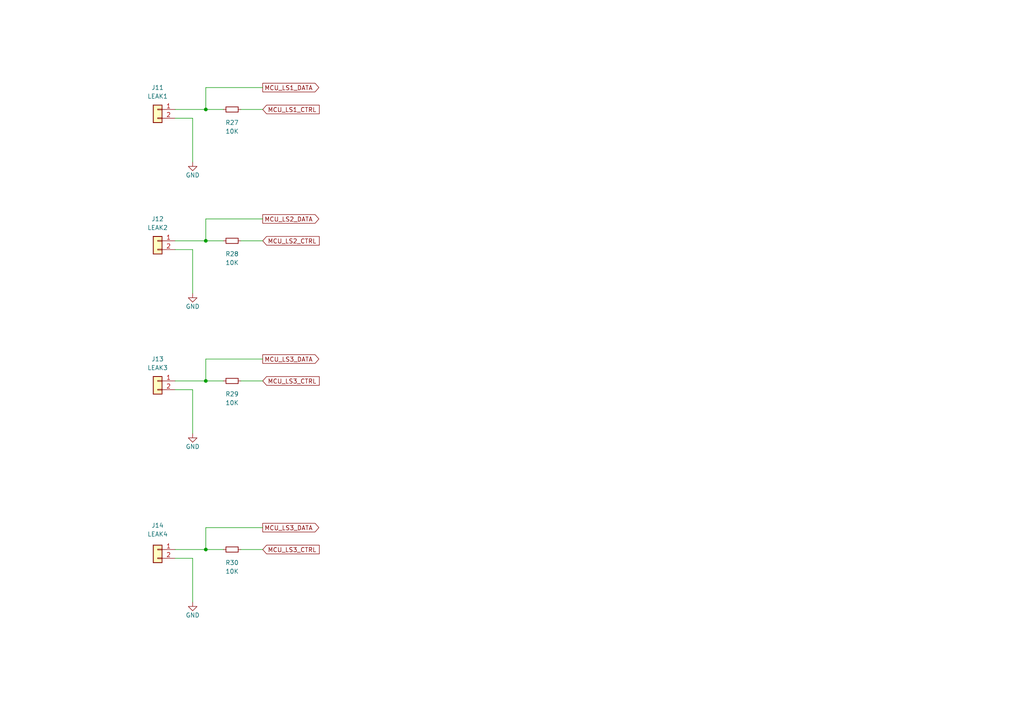
<source format=kicad_sch>
(kicad_sch (version 20211123) (generator eeschema)

  (uuid aed50752-ff11-44fa-85a2-dbbb2f885512)

  (paper "A4")

  (lib_symbols
    (symbol "Connector_Generic:Conn_01x02" (pin_names (offset 1.016) hide) (in_bom yes) (on_board yes)
      (property "Reference" "J" (id 0) (at 0 2.54 0)
        (effects (font (size 1.27 1.27)))
      )
      (property "Value" "Conn_01x02" (id 1) (at 0 -5.08 0)
        (effects (font (size 1.27 1.27)))
      )
      (property "Footprint" "" (id 2) (at 0 0 0)
        (effects (font (size 1.27 1.27)) hide)
      )
      (property "Datasheet" "~" (id 3) (at 0 0 0)
        (effects (font (size 1.27 1.27)) hide)
      )
      (property "ki_keywords" "connector" (id 4) (at 0 0 0)
        (effects (font (size 1.27 1.27)) hide)
      )
      (property "ki_description" "Generic connector, single row, 01x02, script generated (kicad-library-utils/schlib/autogen/connector/)" (id 5) (at 0 0 0)
        (effects (font (size 1.27 1.27)) hide)
      )
      (property "ki_fp_filters" "Connector*:*_1x??_*" (id 6) (at 0 0 0)
        (effects (font (size 1.27 1.27)) hide)
      )
      (symbol "Conn_01x02_1_1"
        (rectangle (start -1.27 -2.413) (end 0 -2.667)
          (stroke (width 0.1524) (type default) (color 0 0 0 0))
          (fill (type none))
        )
        (rectangle (start -1.27 0.127) (end 0 -0.127)
          (stroke (width 0.1524) (type default) (color 0 0 0 0))
          (fill (type none))
        )
        (rectangle (start -1.27 1.27) (end 1.27 -3.81)
          (stroke (width 0.254) (type default) (color 0 0 0 0))
          (fill (type background))
        )
        (pin passive line (at -5.08 0 0) (length 3.81)
          (name "Pin_1" (effects (font (size 1.27 1.27))))
          (number "1" (effects (font (size 1.27 1.27))))
        )
        (pin passive line (at -5.08 -2.54 0) (length 3.81)
          (name "Pin_2" (effects (font (size 1.27 1.27))))
          (number "2" (effects (font (size 1.27 1.27))))
        )
      )
    )
    (symbol "Device:R_Small" (pin_numbers hide) (pin_names (offset 0.254) hide) (in_bom yes) (on_board yes)
      (property "Reference" "R" (id 0) (at 0.762 0.508 0)
        (effects (font (size 1.27 1.27)) (justify left))
      )
      (property "Value" "R_Small" (id 1) (at 0.762 -1.016 0)
        (effects (font (size 1.27 1.27)) (justify left))
      )
      (property "Footprint" "" (id 2) (at 0 0 0)
        (effects (font (size 1.27 1.27)) hide)
      )
      (property "Datasheet" "~" (id 3) (at 0 0 0)
        (effects (font (size 1.27 1.27)) hide)
      )
      (property "ki_keywords" "R resistor" (id 4) (at 0 0 0)
        (effects (font (size 1.27 1.27)) hide)
      )
      (property "ki_description" "Resistor, small symbol" (id 5) (at 0 0 0)
        (effects (font (size 1.27 1.27)) hide)
      )
      (property "ki_fp_filters" "R_*" (id 6) (at 0 0 0)
        (effects (font (size 1.27 1.27)) hide)
      )
      (symbol "R_Small_0_1"
        (rectangle (start -0.762 1.778) (end 0.762 -1.778)
          (stroke (width 0.2032) (type default) (color 0 0 0 0))
          (fill (type none))
        )
      )
      (symbol "R_Small_1_1"
        (pin passive line (at 0 2.54 270) (length 0.762)
          (name "~" (effects (font (size 1.27 1.27))))
          (number "1" (effects (font (size 1.27 1.27))))
        )
        (pin passive line (at 0 -2.54 90) (length 0.762)
          (name "~" (effects (font (size 1.27 1.27))))
          (number "2" (effects (font (size 1.27 1.27))))
        )
      )
    )
    (symbol "power:GND" (power) (pin_names (offset 0)) (in_bom yes) (on_board yes)
      (property "Reference" "#PWR" (id 0) (at 0 -6.35 0)
        (effects (font (size 1.27 1.27)) hide)
      )
      (property "Value" "GND" (id 1) (at 0 -3.81 0)
        (effects (font (size 1.27 1.27)))
      )
      (property "Footprint" "" (id 2) (at 0 0 0)
        (effects (font (size 1.27 1.27)) hide)
      )
      (property "Datasheet" "" (id 3) (at 0 0 0)
        (effects (font (size 1.27 1.27)) hide)
      )
      (property "ki_keywords" "power-flag" (id 4) (at 0 0 0)
        (effects (font (size 1.27 1.27)) hide)
      )
      (property "ki_description" "Power symbol creates a global label with name \"GND\" , ground" (id 5) (at 0 0 0)
        (effects (font (size 1.27 1.27)) hide)
      )
      (symbol "GND_0_1"
        (polyline
          (pts
            (xy 0 0)
            (xy 0 -1.27)
            (xy 1.27 -1.27)
            (xy 0 -2.54)
            (xy -1.27 -1.27)
            (xy 0 -1.27)
          )
          (stroke (width 0) (type default) (color 0 0 0 0))
          (fill (type none))
        )
      )
      (symbol "GND_1_1"
        (pin power_in line (at 0 0 270) (length 0) hide
          (name "GND" (effects (font (size 1.27 1.27))))
          (number "1" (effects (font (size 1.27 1.27))))
        )
      )
    )
  )

  (junction (at 59.69 31.75) (diameter 0) (color 0 0 0 0)
    (uuid 1f57284a-22b2-4645-a816-db2459ae81b1)
  )
  (junction (at 59.69 69.85) (diameter 0) (color 0 0 0 0)
    (uuid 41160cc4-9b4e-4159-97ae-462594d9c28b)
  )
  (junction (at 59.69 110.49) (diameter 0) (color 0 0 0 0)
    (uuid 456be674-2bbc-4eaa-a741-ecae8e2215f3)
  )
  (junction (at 59.69 159.385) (diameter 0) (color 0 0 0 0)
    (uuid e53e1a90-ae1c-4a48-9bb9-32ed72dc2975)
  )

  (wire (pts (xy 59.69 25.4) (xy 76.2 25.4))
    (stroke (width 0) (type default) (color 0 0 0 0))
    (uuid 09bf271d-923c-490a-9107-470487910744)
  )
  (wire (pts (xy 50.8 110.49) (xy 59.69 110.49))
    (stroke (width 0) (type default) (color 0 0 0 0))
    (uuid 0fc5b9f9-3f4a-44d9-bb86-f3c61f4a3377)
  )
  (wire (pts (xy 69.85 110.49) (xy 76.2 110.49))
    (stroke (width 0) (type default) (color 0 0 0 0))
    (uuid 111f1566-bfbe-4c29-a6e4-9dde6f70511a)
  )
  (wire (pts (xy 50.8 159.385) (xy 59.69 159.385))
    (stroke (width 0) (type default) (color 0 0 0 0))
    (uuid 1786b3f4-c0b1-4290-9d5f-d4cf9e24fa42)
  )
  (wire (pts (xy 69.85 159.385) (xy 76.2 159.385))
    (stroke (width 0) (type default) (color 0 0 0 0))
    (uuid 1ea76d61-dfcd-4eeb-8c94-d3c816f2d343)
  )
  (wire (pts (xy 59.69 31.75) (xy 59.69 25.4))
    (stroke (width 0) (type default) (color 0 0 0 0))
    (uuid 24dfc5be-196e-437c-937e-9d856d2559c5)
  )
  (wire (pts (xy 55.88 161.925) (xy 55.88 174.625))
    (stroke (width 0) (type default) (color 0 0 0 0))
    (uuid 2597d376-c3b9-41a5-9741-9bba74f5946b)
  )
  (wire (pts (xy 55.88 113.03) (xy 55.88 125.73))
    (stroke (width 0) (type default) (color 0 0 0 0))
    (uuid 28a613e7-fede-4095-b276-b9e4b3f75cf7)
  )
  (wire (pts (xy 59.69 153.035) (xy 76.2 153.035))
    (stroke (width 0) (type default) (color 0 0 0 0))
    (uuid 3a2ddee7-ee57-436d-9201-8b1c76900e97)
  )
  (wire (pts (xy 55.88 34.29) (xy 55.88 46.99))
    (stroke (width 0) (type default) (color 0 0 0 0))
    (uuid 3df00ad9-1017-49b0-80fd-da07e6dfccb2)
  )
  (wire (pts (xy 50.8 34.29) (xy 55.88 34.29))
    (stroke (width 0) (type default) (color 0 0 0 0))
    (uuid 44bffabd-05f7-4377-a08f-8acf9961bfb1)
  )
  (wire (pts (xy 59.69 104.14) (xy 76.2 104.14))
    (stroke (width 0) (type default) (color 0 0 0 0))
    (uuid 6f2613b5-cddb-4a38-bc0f-fe128c3bf132)
  )
  (wire (pts (xy 50.8 72.39) (xy 55.88 72.39))
    (stroke (width 0) (type default) (color 0 0 0 0))
    (uuid 71253042-7345-498f-a669-6c595cffe60a)
  )
  (wire (pts (xy 59.69 159.385) (xy 64.77 159.385))
    (stroke (width 0) (type default) (color 0 0 0 0))
    (uuid 7bed49a2-22d9-43ad-8692-cb6a502cfe9e)
  )
  (wire (pts (xy 50.8 161.925) (xy 55.88 161.925))
    (stroke (width 0) (type default) (color 0 0 0 0))
    (uuid 8d956d9b-8b29-4bec-998d-6fb3788a59de)
  )
  (wire (pts (xy 59.69 110.49) (xy 64.77 110.49))
    (stroke (width 0) (type default) (color 0 0 0 0))
    (uuid 8ed2cae2-ce89-4687-ab5e-8fa9d15091ab)
  )
  (wire (pts (xy 59.69 69.85) (xy 64.77 69.85))
    (stroke (width 0) (type default) (color 0 0 0 0))
    (uuid 9e5e8481-c669-4c76-a621-0648d37499fb)
  )
  (wire (pts (xy 69.85 31.75) (xy 76.2 31.75))
    (stroke (width 0) (type default) (color 0 0 0 0))
    (uuid b1f86c8b-a4e0-4a18-9f50-85c533a0c940)
  )
  (wire (pts (xy 59.69 63.5) (xy 76.2 63.5))
    (stroke (width 0) (type default) (color 0 0 0 0))
    (uuid b2fbe31c-c2d2-4313-9943-47141e8794d0)
  )
  (wire (pts (xy 50.8 113.03) (xy 55.88 113.03))
    (stroke (width 0) (type default) (color 0 0 0 0))
    (uuid c9b85a88-20d0-4197-95eb-5c45223b2ca1)
  )
  (wire (pts (xy 59.69 69.85) (xy 59.69 63.5))
    (stroke (width 0) (type default) (color 0 0 0 0))
    (uuid cf8ee3ed-2f6d-4eac-90c2-cd17614b185e)
  )
  (wire (pts (xy 59.69 159.385) (xy 59.69 153.035))
    (stroke (width 0) (type default) (color 0 0 0 0))
    (uuid d7f7fff1-f9c6-4a4c-b4c9-88c7f794fb7e)
  )
  (wire (pts (xy 50.8 69.85) (xy 59.69 69.85))
    (stroke (width 0) (type default) (color 0 0 0 0))
    (uuid d8ac8b8a-6ffc-4747-9be7-00b768f2cddf)
  )
  (wire (pts (xy 59.69 110.49) (xy 59.69 104.14))
    (stroke (width 0) (type default) (color 0 0 0 0))
    (uuid da9fda0f-b1ec-4b34-9727-9b40cee46aa1)
  )
  (wire (pts (xy 50.8 31.75) (xy 59.69 31.75))
    (stroke (width 0) (type default) (color 0 0 0 0))
    (uuid e414d0b0-ce60-4348-bb7e-08f6c763ed33)
  )
  (wire (pts (xy 55.88 72.39) (xy 55.88 85.09))
    (stroke (width 0) (type default) (color 0 0 0 0))
    (uuid e7b93841-e7b0-4410-914a-1c76ae8d32f5)
  )
  (wire (pts (xy 69.85 69.85) (xy 76.2 69.85))
    (stroke (width 0) (type default) (color 0 0 0 0))
    (uuid edaecda9-de66-4e40-b1d2-a7bf2b582a3c)
  )
  (wire (pts (xy 59.69 31.75) (xy 64.77 31.75))
    (stroke (width 0) (type default) (color 0 0 0 0))
    (uuid f344df98-8543-40d6-9b99-7fd27cdc851c)
  )

  (global_label "MCU_LS2_CTRL" (shape input) (at 76.2 69.85 0) (fields_autoplaced)
    (effects (font (size 1.27 1.27)) (justify left))
    (uuid 075f49a7-a5aa-441b-a6e8-6a8101836aa7)
    (property "Intersheet References" "${INTERSHEET_REFS}" (id 0) (at 92.5831 69.7706 0)
      (effects (font (size 1.27 1.27)) (justify left) hide)
    )
  )
  (global_label "MCU_LS2_DATA" (shape output) (at 76.2 63.5 0) (fields_autoplaced)
    (effects (font (size 1.27 1.27)) (justify left))
    (uuid 1f095731-42a2-4442-b115-e91d3da4c6d6)
    (property "Intersheet References" "${INTERSHEET_REFS}" (id 0) (at 92.4621 63.4206 0)
      (effects (font (size 1.27 1.27)) (justify left) hide)
    )
  )
  (global_label "MCU_LS1_DATA" (shape output) (at 76.2 25.4 0) (fields_autoplaced)
    (effects (font (size 1.27 1.27)) (justify left))
    (uuid 28f016fd-a13d-4c11-869c-4a1a3964836e)
    (property "Intersheet References" "${INTERSHEET_REFS}" (id 0) (at 92.4621 25.3206 0)
      (effects (font (size 1.27 1.27)) (justify left) hide)
    )
  )
  (global_label "MCU_LS1_CTRL" (shape input) (at 76.2 31.75 0) (fields_autoplaced)
    (effects (font (size 1.27 1.27)) (justify left))
    (uuid 4dad982e-36c0-454e-9682-440cdccfaed2)
    (property "Intersheet References" "${INTERSHEET_REFS}" (id 0) (at 92.5831 31.6706 0)
      (effects (font (size 1.27 1.27)) (justify left) hide)
    )
  )
  (global_label "MCU_LS3_CTRL" (shape input) (at 76.2 110.49 0) (fields_autoplaced)
    (effects (font (size 1.27 1.27)) (justify left))
    (uuid 99364e8d-fea4-40b4-9481-0fc4f54d44be)
    (property "Intersheet References" "${INTERSHEET_REFS}" (id 0) (at 92.5831 110.4106 0)
      (effects (font (size 1.27 1.27)) (justify left) hide)
    )
  )
  (global_label "MCU_LS3_DATA" (shape output) (at 76.2 153.035 0) (fields_autoplaced)
    (effects (font (size 1.27 1.27)) (justify left))
    (uuid a8eb124a-83ed-4b08-82c9-3290d58c568c)
    (property "Intersheet References" "${INTERSHEET_REFS}" (id 0) (at 92.4621 152.9556 0)
      (effects (font (size 1.27 1.27)) (justify left) hide)
    )
  )
  (global_label "MCU_LS3_DATA" (shape output) (at 76.2 104.14 0) (fields_autoplaced)
    (effects (font (size 1.27 1.27)) (justify left))
    (uuid dd2da681-0af2-45e0-b0f2-9d84bc77747e)
    (property "Intersheet References" "${INTERSHEET_REFS}" (id 0) (at 92.4621 104.0606 0)
      (effects (font (size 1.27 1.27)) (justify left) hide)
    )
  )
  (global_label "MCU_LS3_CTRL" (shape input) (at 76.2 159.385 0) (fields_autoplaced)
    (effects (font (size 1.27 1.27)) (justify left))
    (uuid ec45a53e-a0e0-485c-a5b2-e5a56b00a5bc)
    (property "Intersheet References" "${INTERSHEET_REFS}" (id 0) (at 92.5831 159.3056 0)
      (effects (font (size 1.27 1.27)) (justify left) hide)
    )
  )

  (symbol (lib_id "Connector_Generic:Conn_01x02") (at 45.72 159.385 0) (mirror y) (unit 1)
    (in_bom yes) (on_board yes) (fields_autoplaced)
    (uuid 15ea1288-fae7-441f-b733-06357d5e07da)
    (property "Reference" "J14" (id 0) (at 45.72 152.4 0))
    (property "Value" "LEAK4" (id 1) (at 45.72 154.94 0))
    (property "Footprint" "Plumbing_Controller:PinHeader_1x02_P3.81mm" (id 2) (at 45.72 159.385 0)
      (effects (font (size 1.27 1.27)) hide)
    )
    (property "Datasheet" "~" (id 3) (at 45.72 159.385 0)
      (effects (font (size 1.27 1.27)) hide)
    )
    (pin "1" (uuid 662e7b39-d77e-493b-b19f-8bcf19eb33ac))
    (pin "2" (uuid 161f9e93-c8e7-4345-aefc-0de5622c6a0a))
  )

  (symbol (lib_id "Device:R_Small") (at 67.31 69.85 270) (unit 1)
    (in_bom yes) (on_board yes) (fields_autoplaced)
    (uuid 455487fd-2087-4802-8cd6-8054787e1fb6)
    (property "Reference" "R28" (id 0) (at 67.31 73.66 90))
    (property "Value" "10K" (id 1) (at 67.31 76.2 90))
    (property "Footprint" "Resistor_SMD:R_0805_2012Metric" (id 2) (at 67.31 69.85 0)
      (effects (font (size 1.27 1.27)) hide)
    )
    (property "Datasheet" "~" (id 3) (at 67.31 69.85 0)
      (effects (font (size 1.27 1.27)) hide)
    )
    (pin "1" (uuid 7892d923-5f03-4f72-a6e6-66d27d7d3a08))
    (pin "2" (uuid d9824bb8-df98-4b6b-870e-6eeda07586e7))
  )

  (symbol (lib_id "power:GND") (at 55.88 125.73 0) (unit 1)
    (in_bom yes) (on_board yes)
    (uuid 869aee9d-e3ba-4ed1-8316-d9eae15bc69e)
    (property "Reference" "#PWR093" (id 0) (at 55.88 132.08 0)
      (effects (font (size 1.27 1.27)) hide)
    )
    (property "Value" "GND" (id 1) (at 55.88 129.54 0))
    (property "Footprint" "" (id 2) (at 55.88 125.73 0)
      (effects (font (size 1.27 1.27)) hide)
    )
    (property "Datasheet" "" (id 3) (at 55.88 125.73 0)
      (effects (font (size 1.27 1.27)) hide)
    )
    (pin "1" (uuid e8613cb9-2ba6-49db-a559-9d43593d32a2))
  )

  (symbol (lib_id "Connector_Generic:Conn_01x02") (at 45.72 31.75 0) (mirror y) (unit 1)
    (in_bom yes) (on_board yes) (fields_autoplaced)
    (uuid 9aeddb85-c464-4dcd-9be4-c1f35bdcc663)
    (property "Reference" "J11" (id 0) (at 45.72 25.4 0))
    (property "Value" "LEAK1" (id 1) (at 45.72 27.94 0))
    (property "Footprint" "Plumbing_Controller:PinHeader_1x02_P3.81mm" (id 2) (at 45.72 31.75 0)
      (effects (font (size 1.27 1.27)) hide)
    )
    (property "Datasheet" "~" (id 3) (at 45.72 31.75 0)
      (effects (font (size 1.27 1.27)) hide)
    )
    (pin "1" (uuid e6cd0f3f-90d1-4687-8c26-2d456033b974))
    (pin "2" (uuid fd031967-3357-419f-b492-79fdc782b236))
  )

  (symbol (lib_id "power:GND") (at 55.88 46.99 0) (unit 1)
    (in_bom yes) (on_board yes)
    (uuid a99f64b7-1387-4f98-960b-943edfeeb837)
    (property "Reference" "#PWR091" (id 0) (at 55.88 53.34 0)
      (effects (font (size 1.27 1.27)) hide)
    )
    (property "Value" "GND" (id 1) (at 55.88 50.8 0))
    (property "Footprint" "" (id 2) (at 55.88 46.99 0)
      (effects (font (size 1.27 1.27)) hide)
    )
    (property "Datasheet" "" (id 3) (at 55.88 46.99 0)
      (effects (font (size 1.27 1.27)) hide)
    )
    (pin "1" (uuid bd13dddf-9201-41e6-868d-befe91226f26))
  )

  (symbol (lib_id "power:GND") (at 55.88 174.625 0) (unit 1)
    (in_bom yes) (on_board yes)
    (uuid bd44425a-0662-42e2-bbbb-07a1dfc7f60e)
    (property "Reference" "#PWR094" (id 0) (at 55.88 180.975 0)
      (effects (font (size 1.27 1.27)) hide)
    )
    (property "Value" "GND" (id 1) (at 55.88 178.435 0))
    (property "Footprint" "" (id 2) (at 55.88 174.625 0)
      (effects (font (size 1.27 1.27)) hide)
    )
    (property "Datasheet" "" (id 3) (at 55.88 174.625 0)
      (effects (font (size 1.27 1.27)) hide)
    )
    (pin "1" (uuid ca49a667-2836-489a-8ea2-b03794b05566))
  )

  (symbol (lib_id "Device:R_Small") (at 67.31 159.385 270) (unit 1)
    (in_bom yes) (on_board yes) (fields_autoplaced)
    (uuid c92e1a84-3636-4349-98a7-0eaebcd0635e)
    (property "Reference" "R30" (id 0) (at 67.31 163.195 90))
    (property "Value" "10K" (id 1) (at 67.31 165.735 90))
    (property "Footprint" "Resistor_SMD:R_0805_2012Metric" (id 2) (at 67.31 159.385 0)
      (effects (font (size 1.27 1.27)) hide)
    )
    (property "Datasheet" "~" (id 3) (at 67.31 159.385 0)
      (effects (font (size 1.27 1.27)) hide)
    )
    (pin "1" (uuid 9c0acc5b-b6ed-4732-accb-bea15bc72ab9))
    (pin "2" (uuid 9afecb02-1fa0-4cb4-adf4-d0904360d3f2))
  )

  (symbol (lib_id "Device:R_Small") (at 67.31 110.49 270) (unit 1)
    (in_bom yes) (on_board yes) (fields_autoplaced)
    (uuid cb197ddb-70da-46d8-8d8d-1c8ee28ab0ff)
    (property "Reference" "R29" (id 0) (at 67.31 114.3 90))
    (property "Value" "10K" (id 1) (at 67.31 116.84 90))
    (property "Footprint" "Resistor_SMD:R_0805_2012Metric" (id 2) (at 67.31 110.49 0)
      (effects (font (size 1.27 1.27)) hide)
    )
    (property "Datasheet" "~" (id 3) (at 67.31 110.49 0)
      (effects (font (size 1.27 1.27)) hide)
    )
    (pin "1" (uuid ae735ef3-6436-4f53-a609-754623256865))
    (pin "2" (uuid 7dddb544-ec86-4492-b007-a29e04d94f93))
  )

  (symbol (lib_id "Connector_Generic:Conn_01x02") (at 45.72 110.49 0) (mirror y) (unit 1)
    (in_bom yes) (on_board yes) (fields_autoplaced)
    (uuid ce261cef-1ddc-4cc7-a3fc-abc009152a49)
    (property "Reference" "J13" (id 0) (at 45.72 104.14 0))
    (property "Value" "LEAK3" (id 1) (at 45.72 106.68 0))
    (property "Footprint" "Plumbing_Controller:PinHeader_1x02_P3.81mm" (id 2) (at 45.72 110.49 0)
      (effects (font (size 1.27 1.27)) hide)
    )
    (property "Datasheet" "~" (id 3) (at 45.72 110.49 0)
      (effects (font (size 1.27 1.27)) hide)
    )
    (pin "1" (uuid e726da35-0f33-4183-9ee2-2367b4801bb6))
    (pin "2" (uuid 23df839e-cd2c-45a4-8dae-38b6b39c8519))
  )

  (symbol (lib_id "Device:R_Small") (at 67.31 31.75 270) (unit 1)
    (in_bom yes) (on_board yes) (fields_autoplaced)
    (uuid d53d48c9-d9a4-4137-90b1-a3ac6c1bbe1e)
    (property "Reference" "R27" (id 0) (at 67.31 35.56 90))
    (property "Value" "10K" (id 1) (at 67.31 38.1 90))
    (property "Footprint" "Resistor_SMD:R_0805_2012Metric" (id 2) (at 67.31 31.75 0)
      (effects (font (size 1.27 1.27)) hide)
    )
    (property "Datasheet" "~" (id 3) (at 67.31 31.75 0)
      (effects (font (size 1.27 1.27)) hide)
    )
    (pin "1" (uuid 74d1b2c4-4dd0-4042-9d8b-7bc32d5c0f12))
    (pin "2" (uuid a3fbf764-a4de-41ba-97a4-bbe9b9b659ae))
  )

  (symbol (lib_id "power:GND") (at 55.88 85.09 0) (unit 1)
    (in_bom yes) (on_board yes)
    (uuid de7f2496-8ace-4f92-bb0b-0b7ee91fb58c)
    (property "Reference" "#PWR092" (id 0) (at 55.88 91.44 0)
      (effects (font (size 1.27 1.27)) hide)
    )
    (property "Value" "GND" (id 1) (at 55.88 88.9 0))
    (property "Footprint" "" (id 2) (at 55.88 85.09 0)
      (effects (font (size 1.27 1.27)) hide)
    )
    (property "Datasheet" "" (id 3) (at 55.88 85.09 0)
      (effects (font (size 1.27 1.27)) hide)
    )
    (pin "1" (uuid 66004cc7-cb0f-46d9-ad52-56d3a597dd72))
  )

  (symbol (lib_id "Connector_Generic:Conn_01x02") (at 45.72 69.85 0) (mirror y) (unit 1)
    (in_bom yes) (on_board yes) (fields_autoplaced)
    (uuid eba0568c-f463-40a7-8696-b050f4c4b9b5)
    (property "Reference" "J12" (id 0) (at 45.72 63.5 0))
    (property "Value" "LEAK2" (id 1) (at 45.72 66.04 0))
    (property "Footprint" "Plumbing_Controller:PinHeader_1x02_P3.81mm" (id 2) (at 45.72 69.85 0)
      (effects (font (size 1.27 1.27)) hide)
    )
    (property "Datasheet" "~" (id 3) (at 45.72 69.85 0)
      (effects (font (size 1.27 1.27)) hide)
    )
    (pin "1" (uuid 969d1cb7-32d9-43b1-a084-0b4bdf3e603f))
    (pin "2" (uuid f53dbea8-9d21-4617-a9da-541b725107f8))
  )
)

</source>
